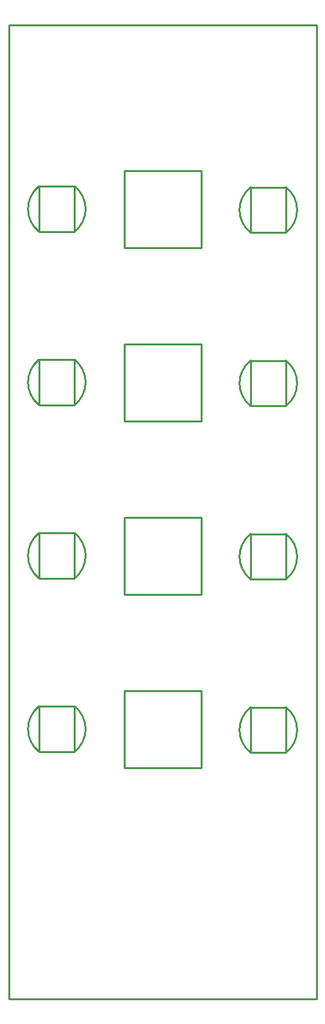
<source format=gko>
G04 Layer: BoardOutlineLayer*
G04 EasyEDA v6.5.29, 2023-07-18 11:26:45*
G04 93ed5b14ed274c0ea8102e9f6fabb942,5a6b42c53f6a479593ecc07194224c93,10*
G04 Gerber Generator version 0.2*
G04 Scale: 100 percent, Rotated: No, Reflected: No *
G04 Dimensions in millimeters *
G04 leading zeros omitted , absolute positions ,4 integer and 5 decimal *
%FSLAX45Y45*%
%MOMM*%

%ADD10C,0.2540*%
D10*
X0Y12839700D02*
G01*
X4064000Y12839700D01*
X4064000Y0D01*
X0Y0D01*
X0Y12839700D01*
X1526540Y10919460D02*
G01*
X1526540Y9899459D01*
X1526540Y9899459D02*
G01*
X2546540Y9899459D01*
X2546540Y9899459D02*
G01*
X2546540Y10919460D01*
X2546540Y10919460D02*
G01*
X1526540Y10919460D01*
X1526540Y8633460D02*
G01*
X1526540Y7613459D01*
X1526540Y7613459D02*
G01*
X2546540Y7613459D01*
X2546540Y7613459D02*
G01*
X2546540Y8633460D01*
X2546540Y8633460D02*
G01*
X1526540Y8633460D01*
X1526540Y6347460D02*
G01*
X1526540Y5327459D01*
X1526540Y5327459D02*
G01*
X2546540Y5327459D01*
X2546540Y5327459D02*
G01*
X2546540Y6347460D01*
X2546540Y6347460D02*
G01*
X1526540Y6347460D01*
X1526540Y4061460D02*
G01*
X1526540Y3041459D01*
X1526540Y3041459D02*
G01*
X2546540Y3041459D01*
X2546540Y3041459D02*
G01*
X2546540Y4061460D01*
X2546540Y4061460D02*
G01*
X1526540Y4061460D01*
G75*
G01*
X3663196Y3244047D02*
G03*
X3662952Y3842743I-234195J299253D01*
X3662951Y3842743D02*
G01*
X3663195Y3244047D01*
X3194601Y3843299D02*
G01*
X3194601Y3243300D01*
X3194601Y3243300D02*
G01*
X3663602Y3243300D01*
X3663602Y3243300D02*
G01*
X3663602Y3843299D01*
X3663602Y3843299D02*
G01*
X3194601Y3843299D01*
G75*
G01*
X3194804Y3244047D02*
G02*
X3195048Y3842743I234195J299253D01*
X3195048Y3842743D02*
G01*
X3194804Y3244047D01*
G75*
G01*
X869196Y3256747D02*
G03*
X868952Y3855443I-234195J299253D01*
X868951Y3855443D02*
G01*
X869195Y3256747D01*
X400601Y3855999D02*
G01*
X400601Y3256000D01*
X400601Y3256000D02*
G01*
X869602Y3256000D01*
X869602Y3256000D02*
G01*
X869602Y3855999D01*
X869602Y3855999D02*
G01*
X400601Y3855999D01*
G75*
G01*
X400804Y3256747D02*
G02*
X401048Y3855443I234195J299253D01*
X401048Y3855443D02*
G01*
X400804Y3256747D01*
G75*
G01*
X869196Y5542747D02*
G03*
X868952Y6141443I-234195J299253D01*
X868951Y6141443D02*
G01*
X869195Y5542747D01*
X400601Y6141999D02*
G01*
X400601Y5542000D01*
X400601Y5542000D02*
G01*
X869602Y5542000D01*
X869602Y5542000D02*
G01*
X869602Y6141999D01*
X869602Y6141999D02*
G01*
X400601Y6141999D01*
G75*
G01*
X400804Y5542747D02*
G02*
X401048Y6141443I234195J299253D01*
X401048Y6141443D02*
G01*
X400804Y5542747D01*
G75*
G01*
X3663196Y5530047D02*
G03*
X3662952Y6128743I-234195J299253D01*
X3662951Y6128743D02*
G01*
X3663195Y5530047D01*
X3194601Y6129299D02*
G01*
X3194601Y5529300D01*
X3194601Y5529300D02*
G01*
X3663602Y5529300D01*
X3663602Y5529300D02*
G01*
X3663602Y6129299D01*
X3663602Y6129299D02*
G01*
X3194601Y6129299D01*
G75*
G01*
X3194804Y5530047D02*
G02*
X3195048Y6128743I234195J299253D01*
X3195048Y6128743D02*
G01*
X3194804Y5530047D01*
G75*
G01*
X869196Y7828747D02*
G03*
X868952Y8427443I-234195J299253D01*
X868951Y8427443D02*
G01*
X869195Y7828747D01*
X400601Y8427999D02*
G01*
X400601Y7828000D01*
X400601Y7828000D02*
G01*
X869602Y7828000D01*
X869602Y7828000D02*
G01*
X869602Y8427999D01*
X869602Y8427999D02*
G01*
X400601Y8427999D01*
G75*
G01*
X400804Y7828747D02*
G02*
X401048Y8427443I234195J299253D01*
X401048Y8427443D02*
G01*
X400804Y7828747D01*
G75*
G01*
X3663196Y7816047D02*
G03*
X3662952Y8414743I-234195J299253D01*
X3662951Y8414743D02*
G01*
X3663195Y7816047D01*
X3194601Y8415299D02*
G01*
X3194601Y7815300D01*
X3194601Y7815300D02*
G01*
X3663602Y7815300D01*
X3663602Y7815300D02*
G01*
X3663602Y8415299D01*
X3663602Y8415299D02*
G01*
X3194601Y8415299D01*
G75*
G01*
X3194804Y7816047D02*
G02*
X3195048Y8414743I234195J299253D01*
X3195048Y8414743D02*
G01*
X3194804Y7816047D01*
G75*
G01*
X869196Y10114747D02*
G03*
X868952Y10713443I-234195J299253D01*
X868951Y10713443D02*
G01*
X869195Y10114747D01*
X400601Y10713999D02*
G01*
X400601Y10114000D01*
X400601Y10114000D02*
G01*
X869602Y10114000D01*
X869602Y10114000D02*
G01*
X869602Y10713999D01*
X869602Y10713999D02*
G01*
X400601Y10713999D01*
G75*
G01*
X400804Y10114747D02*
G02*
X401048Y10713443I234195J299253D01*
X401048Y10713443D02*
G01*
X400804Y10114747D01*
G75*
G01*
X3663196Y10102047D02*
G03*
X3662952Y10700743I-234195J299253D01*
X3662951Y10700743D02*
G01*
X3663195Y10102047D01*
X3194601Y10701299D02*
G01*
X3194601Y10101300D01*
X3194601Y10101300D02*
G01*
X3663602Y10101300D01*
X3663602Y10101300D02*
G01*
X3663602Y10701299D01*
X3663602Y10701299D02*
G01*
X3194601Y10701299D01*
G75*
G01*
X3194804Y10102047D02*
G02*
X3195048Y10700743I234195J299253D01*
X3195048Y10700743D02*
G01*
X3194804Y10102047D01*

%LPD*%
M02*

</source>
